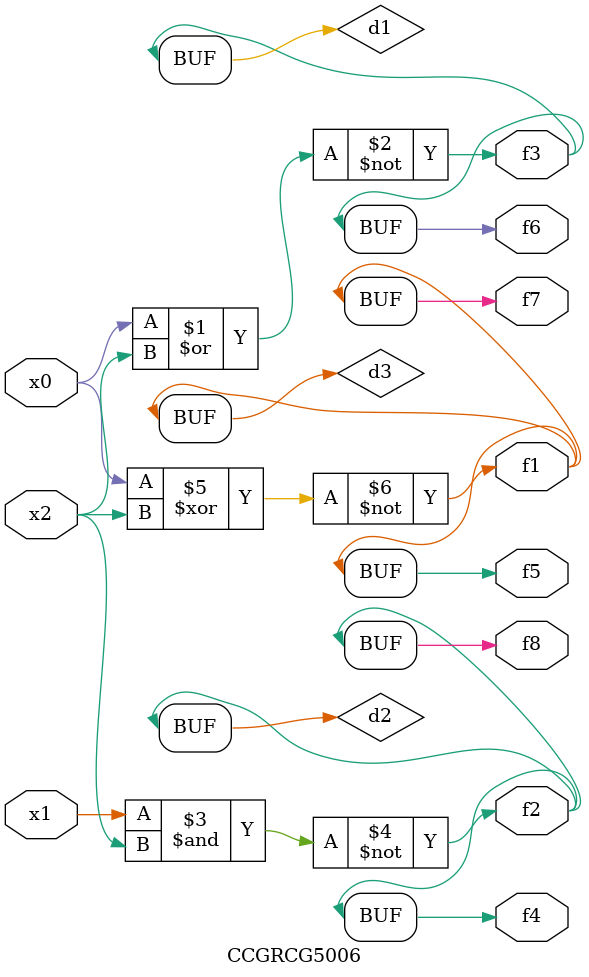
<source format=v>
module CCGRCG5006(
	input x0, x1, x2,
	output f1, f2, f3, f4, f5, f6, f7, f8
);

	wire d1, d2, d3;

	nor (d1, x0, x2);
	nand (d2, x1, x2);
	xnor (d3, x0, x2);
	assign f1 = d3;
	assign f2 = d2;
	assign f3 = d1;
	assign f4 = d2;
	assign f5 = d3;
	assign f6 = d1;
	assign f7 = d3;
	assign f8 = d2;
endmodule

</source>
